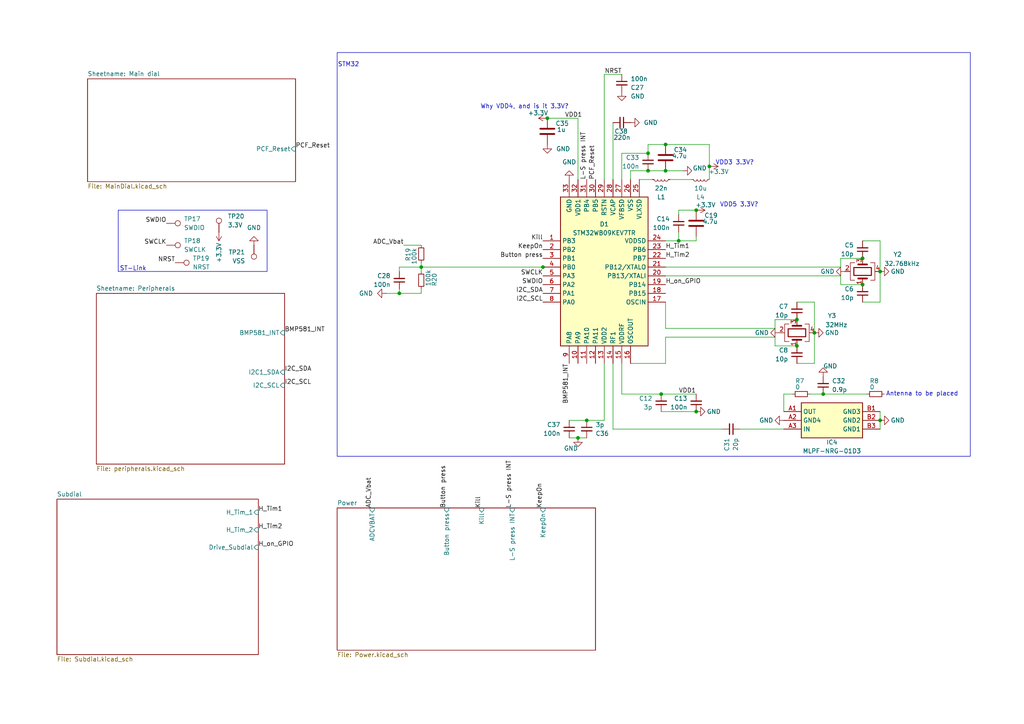
<source format=kicad_sch>
(kicad_sch (version 20250114) (generator "eeschema") (generator_version "9.0")
  (paper "A4")
  (lib_symbols
    (symbol "Connector:TestPoint" (pin_numbers (hide yes)) (pin_names (offset 0.762) (hide yes))
      (property "Reference" "TP" (at 0 6.858 0))
      (property "Value" "TestPoint" (at 0 5.08 0))
      (symbol "TestPoint_0_1"
        (circle (center 0 3.302) (radius 0.762))
      )
      (symbol "TestPoint_1_1"
        (pin passive line (at 0 0 90) (length 2.54) (name "1") (number "1"))
      )
    )
    (symbol "Device:C" (pin_numbers (hide yes)) (pin_names (offset 0.254))
      (property "Reference" "C" (at 0.635 2.54 0))
      (property "Value" "C" (at 0.635 -2.54 0))
      (symbol "C_0_1"
        (polyline (pts (xy -2.032 0.762) (xy 2.032 0.762)) (stroke (width 0.508)))
        (polyline (pts (xy -2.032 -0.762) (xy 2.032 -0.762)) (stroke (width 0.508)))
      )
      (symbol "C_1_1"
        (pin passive line (at 0 3.81 270) (length 2.794) (name "~") (number "1"))
        (pin passive line (at 0 -3.81 90) (length 2.794) (name "~") (number "2"))
      )
    )
    (symbol "Device:C_Small" (pin_numbers (hide yes)) (pin_names (offset 0.254) (hide yes))
      (property "Reference" "C" (at 0.254 1.778 0))
      (property "Value" "C_Small" (at 0.254 -2.032 0))
      (symbol "C_Small_0_1"
        (polyline (pts (xy -1.524 0.508) (xy 1.524 0.508)) (stroke (width 0.3048)))
        (polyline (pts (xy -1.524 -0.508) (xy 1.524 -0.508)) (stroke (width 0.3302)))
      )
      (symbol "C_Small_1_1"
        (pin passive line (at 0 2.54 270) (length 2.032) (name "~") (number "1"))
        (pin passive line (at 0 -2.54 90) (length 2.032) (name "~") (number "2"))
      )
    )
    (symbol "Device:Crystal_GND24" (pin_names (offset 1.016) (hide yes))
      (property "Reference" "Y" (at 3.175 5.08 0))
      (property "Value" "Crystal_GND24" (at 3.175 3.175 0))
      (symbol "Crystal_GND24_0_1"
        (polyline (pts (xy -2.54 2.286) (xy -2.54 3.556) (xy 2.54 3.556) (xy 2.54 2.286)))
        (polyline (pts (xy -2.54 0) (xy -2.032 0)))
        (polyline (pts (xy -2.54 -2.286) (xy -2.54 -3.556) (xy 2.54 -3.556) (xy 2.54 -2.286)))
        (polyline (pts (xy -2.032 -1.27) (xy -2.032 1.27)) (stroke (width 0.508)))
        (rectangle (start -1.143 2.54) (end 1.143 -2.54) (stroke (width 0.3048)))
        (polyline (pts (xy 0 3.556) (xy 0 3.81)))
        (polyline (pts (xy 0 -3.81) (xy 0 -3.556)))
        (polyline (pts (xy 2.032 0) (xy 2.54 0)))
        (polyline (pts (xy 2.032 -1.27) (xy 2.032 1.27)) (stroke (width 0.508)))
      )
      (symbol "Crystal_GND24_1_1"
        (pin passive line (at -3.81 0 0) (length 1.27) (name "1") (number "1"))
        (pin passive line (at 0 5.08 270) (length 1.27) (name "2") (number "2"))
        (pin passive line (at 0 -5.08 90) (length 1.27) (name "4") (number "4"))
        (pin passive line (at 3.81 0 180) (length 1.27) (name "3") (number "3"))
      )
    )
    (symbol "Device:L_Small" (pin_numbers (hide yes)) (pin_names (offset 0.254) (hide yes))
      (property "Reference" "L" (at 0.762 1.016 0))
      (property "Value" "L_Small" (at 0.762 -1.016 0))
      (symbol "L_Small_0_1"
        (arc (start 0 2.032) (mid 0.5058 1.524) (end 0 1.016))
        (arc (start 0 1.016) (mid 0.5058 0.508) (end 0 0))
        (arc (start 0 0) (mid 0.5058 -0.508) (end 0 -1.016))
        (arc (start 0 -1.016) (mid 0.5058 -1.524) (end 0 -2.032))
      )
      (symbol "L_Small_1_1"
        (pin passive line (at 0 2.54 270) (length 0.508) (name "~") (number "1"))
        (pin passive line (at 0 -2.54 90) (length 0.508) (name "~") (number "2"))
      )
    )
    (symbol "Device:R_Small" (pin_numbers (hide yes)) (pin_names (offset 0.254) (hide yes))
      (property "Reference" "R" (at 0.762 0.508 0))
      (property "Value" "R_Small" (at 0.762 -1.016 0))
      (symbol "R_Small_0_1"
        (rectangle (start -0.762 1.778) (end 0.762 -1.778) (stroke (width 0.2032)))
      )
      (symbol "R_Small_1_1"
        (pin passive line (at 0 2.54 270) (length 0.762) (name "~") (number "1"))
        (pin passive line (at 0 -2.54 90) (length 0.762) (name "~") (number "2"))
      )
    )
    (symbol "SamacSys_Parts:MLPF-NRG-01D3"
      (property "Reference" "IC" (at 24.13 7.62 0))
      (property "Value" "MLPF-NRG-01D3" (at 24.13 5.08 0))
      (symbol "MLPF-NRG-01D3_1_1"
        (rectangle (start 5.08 2.54) (end 22.86 -7.62) (stroke (width 0.254)) (fill (type background)))
        (pin passive line (at 0 0 0) (length 5.08) (name "OUT") (number "A1"))
        (pin passive line (at 0 -2.54 0) (length 5.08) (name "GND4") (number "A2"))
        (pin passive line (at 0 -5.08 0) (length 5.08) (name "IN") (number "A3"))
        (pin passive line (at 27.94 0 180) (length 5.08) (name "GND3") (number "B1"))
        (pin passive line (at 27.94 -2.54 180) (length 5.08) (name "GND2") (number "B2"))
        (pin passive line (at 27.94 -5.08 180) (length 5.08) (name "GND1") (number "B3"))
      )
    )
    (symbol "SamacSys_Parts:STM32WB09KEV7TR"
      (property "Reference" "D" (at 31.75 17.78 0))
      (property "Value" "STM32WB09KEV7TR" (at 31.75 15.24 0))
      (symbol "STM32WB09KEV7TR_1_1"
        (rectangle (start 5.08 12.7) (end 30.48 -30.48) (stroke (width 0.254)) (fill (type background)))
        (pin passive line (at 0 0 0) (length 5.08) (name "PB3") (number "1"))
        (pin passive line (at 0 -2.54 0) (length 5.08) (name "PB2") (number "2"))
        (pin passive line (at 0 -5.08 0) (length 5.08) (name "PB1") (number "3"))
        (pin passive line (at 0 -7.62 0) (length 5.08) (name "PB0") (number "4"))
        (pin passive line (at 0 -10.16 0) (length 5.08) (name "PA3") (number "5"))
        (pin passive line (at 0 -12.7 0) (length 5.08) (name "PA2") (number "6"))
        (pin passive line (at 0 -15.24 0) (length 5.08) (name "PA1") (number "7"))
        (pin passive line (at 0 -17.78 0) (length 5.08) (name "PA0") (number "8"))
        (pin passive line (at 7.62 17.78 270) (length 5.08) (name "GND") (number "33"))
        (pin passive line (at 7.62 -35.56 90) (length 5.08) (name "PA8") (number "9"))
        (pin passive line (at 10.16 17.78 270) (length 5.08) (name "VDD1") (number "32"))
        (pin passive line (at 10.16 -35.56 90) (length 5.08) (name "PA9") (number "10"))
        (pin passive line (at 12.7 17.78 270) (length 5.08) (name "PB4") (number "31"))
        (pin passive line (at 12.7 -35.56 90) (length 5.08) (name "PA10") (number "11"))
        (pin passive line (at 15.24 17.78 270) (length 5.08) (name "PB5") (number "30"))
        (pin passive line (at 15.24 -35.56 90) (length 5.08) (name "PA11") (number "12"))
        (pin passive line (at 17.78 17.78 270) (length 5.08) (name "RSTN") (number "29"))
        (pin passive line (at 17.78 -35.56 90) (length 5.08) (name "VDD2") (number "13"))
        (pin passive line (at 20.32 17.78 270) (length 5.08) (name "VCAP") (number "28"))
        (pin passive line (at 20.32 -35.56 90) (length 5.08) (name "RF1") (number "14"))
        (pin passive line (at 22.86 17.78 270) (length 5.08) (name "VFBSD") (number "27"))
        (pin passive line (at 22.86 -35.56 90) (length 5.08) (name "VDDRF") (number "15"))
        (pin passive line (at 25.4 17.78 270) (length 5.08) (name "VSS") (number "26"))
        (pin passive line (at 25.4 -35.56 90) (length 5.08) (name "OSCOUT") (number "16"))
        (pin passive line (at 27.94 17.78 270) (length 5.08) (name "VLXSD") (number "25"))
        (pin passive line (at 35.56 0 180) (length 5.08) (name "VDDSD") (number "24"))
        (pin passive line (at 35.56 -2.54 180) (length 5.08) (name "PB6") (number "23"))
        (pin passive line (at 35.56 -5.08 180) (length 5.08) (name "PB7") (number "22"))
        (pin passive line (at 35.56 -7.62 180) (length 5.08) (name "PB12/XTALO") (number "21"))
        (pin passive line (at 35.56 -10.16 180) (length 5.08) (name "PB13/XTALI") (number "20"))
        (pin passive line (at 35.56 -12.7 180) (length 5.08) (name "PB14") (number "19"))
        (pin passive line (at 35.56 -15.24 180) (length 5.08) (name "PB15") (number "18"))
        (pin passive line (at 35.56 -17.78 180) (length 5.08) (name "OSCIN") (number "17"))
      )
    )
    (symbol "power:+3.3V" (power) (pin_numbers (hide yes)) (pin_names (offset 0) (hide yes))
      (property "Value" "+3.3V" (at 0 3.556 0))
      (symbol "+3.3V_0_1"
        (polyline (pts (xy -0.762 1.27) (xy 0 2.54)))
        (polyline (pts (xy 0 2.54) (xy 0.762 1.27)))
        (polyline (pts (xy 0 0) (xy 0 2.54)))
      )
      (symbol "+3.3V_1_1"
        (pin power_in line (at 0 0 90) (length 0) (name "~") (number "1"))
      )
    )
    (symbol "power:GND" (power) (pin_numbers (hide yes)) (pin_names (offset 0) (hide yes))
      (property "Value" "GND" (at 0 -3.81 0))
      (symbol "GND_0_1"
        (polyline (pts (xy 0 0) (xy 0 -1.27) (xy 1.27 -1.27) (xy 0 -2.54) (xy -1.27 -1.27) (xy 0 -1.27)))
      )
      (symbol "GND_1_1"
        (pin power_in line (at 0 0 270) (length 0) (name "~") (number "1"))
      )
    )
  )
  (rectangle (start 34.29 60.96) (end 77.47 78.74))
  (rectangle (start 97.79 15.2399) (end 281.432 132.334))
  (text "Antenna to be placed" (at 267.462 114.3 0) (effects (font (size 1.27 1.27))))
  (text "VDD3 3.3V?" (at 213.106 47.244 0) (effects (font (size 1.27 1.27))))
  (text "ST-Link" (at 38.608 77.978 0) (effects (font (size 1.27 1.27))))
  (text "VDD5 3.3V?" (at 214.376 59.436 0) (effects (font (size 1.27 1.27))))
  (text "Why VDD4, and is it 3.3V?" (at 152.146 30.988 0) (effects (font (size 1.27 1.27))))
  (text "STM32" (at 101.092 18.796 0) (effects (font (size 1.27 1.27))))
  (junction (at 158.75 34.29))
  (junction (at 193.04 49.53))
  (junction (at 231.14 100.33))
  (junction (at 196.85 69.85))
  (junction (at 255.27 78.74))
  (junction (at 236.22 96.52))
  (junction (at 187.96 49.53))
  (junction (at 238.76 114.3))
  (junction (at 255.27 121.92))
  (junction (at 231.14 92.71))
  (junction (at 187.96 44.45))
  (junction (at 115.824 85.09))
  (junction (at 193.04 41.91))
  (junction (at 157.48 77.47))
  (junction (at 250.19 82.55))
  (junction (at 205.74 48.26))
  (junction (at 191.77 114.3))
  (junction (at 167.64 127))
  (junction (at 201.93 119.38))
  (junction (at 170.18 121.92))
  (junction (at 122.174 77.47))
  (junction (at 201.93 60.96))
  (junction (at 250.19 74.93))
  (wire (pts (xy 243.84 82.55) (xy 250.19 82.55)))
  (wire (pts (xy 243.84 77.47) (xy 243.84 74.93)))
  (wire (pts (xy 115.824 78.74) (xy 115.824 77.47)))
  (wire (pts (xy 122.174 71.12) (xy 117.094 71.12)))
  (wire (pts (xy 122.174 77.47) (xy 122.174 78.74)))
  (wire (pts (xy 180.34 105.41) (xy 180.34 114.3)))
  (wire (pts (xy 209.55 124.46) (xy 177.8 124.46)))
  (wire (pts (xy 236.22 105.41) (xy 236.22 96.52)))
  (wire (pts (xy 236.22 87.63) (xy 236.22 96.52)))
  (wire (pts (xy 224.79 95.25) (xy 224.79 92.71)))
  (wire (pts (xy 224.79 92.71) (xy 231.14 92.71)))
  (wire (pts (xy 187.96 49.53) (xy 182.88 49.53)))
  (wire (pts (xy 170.18 121.92) (xy 175.26 121.92)))
  (wire (pts (xy 189.23 52.07) (xy 185.42 52.07)))
  (wire (pts (xy 180.34 114.3) (xy 191.77 114.3)))
  (wire (pts (xy 227.33 124.46) (xy 214.63 124.46)))
  (wire (pts (xy 122.174 76.2) (xy 122.174 77.47)))
  (wire (pts (xy 122.174 85.09) (xy 115.824 85.09)))
  (wire (pts (xy 157.734 77.47) (xy 157.48 77.47)))
  (wire (pts (xy 122.174 77.47) (xy 157.48 77.47)))
  (wire (pts (xy 182.88 49.53) (xy 182.88 52.07)))
  (wire (pts (xy 196.85 60.96) (xy 201.93 60.96)))
  (wire (pts (xy 243.84 74.93) (xy 250.19 74.93)))
  (wire (pts (xy 227.33 114.3) (xy 229.87 114.3)))
  (wire (pts (xy 187.96 44.45) (xy 180.34 44.45)))
  (wire (pts (xy 250.19 87.63) (xy 255.27 87.63)))
  (wire (pts (xy 255.27 87.63) (xy 255.27 78.74)))
  (wire (pts (xy 158.75 34.29) (xy 167.64 34.29)))
  (wire (pts (xy 115.824 85.09) (xy 112.014 85.09)))
  (wire (pts (xy 191.77 114.3) (xy 201.93 114.3)))
  (wire (pts (xy 243.84 80.01) (xy 243.84 82.55)))
  (wire (pts (xy 193.04 41.91) (xy 205.74 41.91)))
  (wire (pts (xy 193.04 105.41) (xy 182.88 105.41)))
  (wire (pts (xy 193.04 95.25) (xy 193.04 87.63)))
  (wire (pts (xy 194.31 52.07) (xy 200.66 52.07)))
  (wire (pts (xy 165.1 121.92) (xy 170.18 121.92)))
  (wire (pts (xy 177.8 124.46) (xy 177.8 105.41)))
  (wire (pts (xy 255.27 69.85) (xy 255.27 78.74)))
  (wire (pts (xy 180.34 44.45) (xy 180.34 52.07)))
  (wire (pts (xy 193.04 97.79) (xy 193.04 105.41)))
  (wire (pts (xy 187.96 41.91) (xy 193.04 41.91)))
  (wire (pts (xy 196.85 62.23) (xy 196.85 60.96)))
  (wire (pts (xy 234.95 114.3) (xy 238.76 114.3)))
  (wire (pts (xy 115.824 83.82) (xy 115.824 85.09)))
  (wire (pts (xy 122.174 83.82) (xy 122.174 85.09)))
  (wire (pts (xy 227.33 119.38) (xy 227.33 114.3)))
  (wire (pts (xy 167.64 34.29) (xy 167.64 52.07)))
  (wire (pts (xy 193.04 49.53) (xy 198.12 49.53)))
  (wire (pts (xy 115.824 77.47) (xy 122.174 77.47)))
  (wire (pts (xy 255.27 121.92) (xy 255.27 124.46)))
  (wire (pts (xy 224.79 100.33) (xy 231.14 100.33)))
  (wire (pts (xy 193.04 69.85) (xy 196.85 69.85)))
  (wire (pts (xy 205.74 52.07) (xy 205.74 48.26)))
  (wire (pts (xy 193.04 80.01) (xy 243.84 80.01)))
  (wire (pts (xy 177.8 35.56) (xy 177.8 52.07)))
  (wire (pts (xy 201.93 68.58) (xy 201.93 69.85)))
  (wire (pts (xy 255.27 119.38) (xy 255.27 121.92)))
  (wire (pts (xy 187.96 49.53) (xy 193.04 49.53)))
  (wire (pts (xy 231.14 87.63) (xy 236.22 87.63)))
  (wire (pts (xy 224.79 97.79) (xy 224.79 100.33)))
  (wire (pts (xy 205.74 48.26) (xy 205.74 41.91)))
  (wire (pts (xy 231.14 105.41) (xy 236.22 105.41)))
  (wire (pts (xy 201.93 69.85) (xy 196.85 69.85)))
  (wire (pts (xy 250.19 69.85) (xy 255.27 69.85)))
  (wire (pts (xy 167.64 127) (xy 170.18 127)))
  (wire (pts (xy 224.79 95.25) (xy 193.04 95.25)))
  (wire (pts (xy 187.96 41.91) (xy 187.96 44.45)))
  (wire (pts (xy 175.26 21.59) (xy 175.26 52.07)))
  (wire (pts (xy 191.77 119.38) (xy 201.93 119.38)))
  (wire (pts (xy 193.04 77.47) (xy 243.84 77.47)))
  (wire (pts (xy 175.26 21.59) (xy 180.34 21.59)))
  (wire (pts (xy 238.76 114.3) (xy 251.46 114.3)))
  (wire (pts (xy 224.79 97.79) (xy 193.04 97.79)))
  (wire (pts (xy 175.26 121.92) (xy 175.26 105.41)))
  (wire (pts (xy 196.85 69.85) (xy 196.85 67.31)))
  (wire (pts (xy 165.1 127) (xy 167.64 127)))
  (label "H_on_GPIO" (at 74.93 158.75 0))
  (label "KeepOn" (at 157.48 72.39 180))
  (label "Kill" (at 139.7 147.32 90))
  (label "H_Tim2" (at 193.04 74.93 0))
  (label "H_Tim1" (at 193.04 72.39 0))
  (label "PCF_Reset" (at 85.725 43.18 0))
  (label "I2C_SCL" (at 157.48 87.63 180))
  (label "SWCLK" (at 157.48 80.01 180))
  (label "H_Tim2" (at 74.93 153.67 0))
  (label "I2C_SCL" (at 82.55 111.76 0))
  (label "H_Tim1" (at 74.93 148.59 0))
  (label "SWDIO" (at 48.26 64.77 180))
  (label "NRST" (at 50.8 76.2 180))
  (label "I2C_SDA" (at 157.48 85.09 180))
  (label "I2C_SDA" (at 82.55 107.95 0))
  (label "ADC_Vbat" (at 107.95 147.32 90))
  (label "PCF_Reset" (at 172.72 52.07 90))
  (label "L-S press INT" (at 170.18 52.07 90))
  (label "Button press" (at 157.48 74.93 180))
  (label "Button press" (at 129.54 147.32 90))
  (label "BMP581_INT" (at 165.1 105.41 270))
  (label "KeepOn" (at 157.48 147.32 90))
  (label "Kill" (at 157.48 69.85 180))
  (label "NRST" (at 180.34 21.59 180))
  (label "ADC_Vbat" (at 117.094 71.12 180))
  (label "L-S press INT" (at 148.59 147.32 90))
  (label "H_on_GPIO" (at 193.04 82.55 0))
  (label "BMP581_INT" (at 82.55 96.52 0))
  (label "VDD1" (at 196.85 114.3 0))
  (label "SWCLK" (at 48.26 71.12 180))
  (label "SWDIO" (at 157.48 82.55 180))
  (label "VDD1" (at 163.83 34.29 0))
  (symbol (lib_id "SamacSys_Parts:STM32WB09KEV7TR") (at 157.48 69.85 0) (unit 1)
    (property "Reference" "D1" (at 175.26 65.024 0))
    (property "Value" "STM32WB09KEV7TR" (at 175.26 67.564 0))
    (property "Footprint" "QFN50P500X500X100-33N-D" (effects (hide yes)))
    (property "Datasheet" "https://www.st.com/resource/en/datasheet/stm32wb09ke.pdf" (effects (hide yes)))
    (property "Description" "Ultra-low-power, Arm Cortex-M0+ MCU 64 MHz with 512 Kbytes of Flash memory,  Bluetooth LE 5.3" (effects (hide yes)))
    (property "Height" "1" (effects (hide yes)))
    (property "Manufacturer_Name" "STMicroelectronics" (effects (hide yes)))
    (property "Manufacturer_Part_Number" "STM32WB09KEV7TR" (effects (hide yes)))
    (property "Mouser Part Number" "511-STM32WB09KEV7TR" (effects (hide yes)))
    (property "Mouser Price/Stock" "https://www.mouser.co.uk/ProductDetail/STMicroelectronics/STM32WB09KEV7TR?qs=i8QVZAFTkqSxHGNSzZi3UA%3D%3D" (effects (hide yes)))
    (property "Arrow Part Number" "STM32WB09KEV7TR" (effects (hide yes)))
    (property "Arrow Price/Stock" "https://www.arrow.com/en/products/stm32wb09kev7tr/stmicroelectronics?utm_currency=USD&region=nac" (effects (hide yes)))
  )
  (symbol (lib_id "power:GND") (at 182.88 35.56 90) (mirror x) (unit 1)
    (property "Reference" "#PWR066" (effects (hide yes)))
    (property "Value" "GND" (at 186.69 35.5599 90) (effects (justify right)))
    (property "Description" "Power symbol creates a global label with name \"GND\" , ground" (effects (hide yes)))
  )
  (symbol (lib_id "power:GND") (at 245.11 78.74 270) (unit 1)
    (property "Reference" "#PWR052" (effects (hide yes)))
    (property "Value" "GND" (at 242.062 78.74 90) (effects (justify right)))
    (property "Description" "Power symbol creates a global label with name \"GND\" , ground" (effects (hide yes)))
  )
  (symbol (lib_id "power:GND") (at 180.34 26.67 0) (mirror y) (unit 1)
    (property "Reference" "#PWR018" (effects (hide yes)))
    (property "Value" "GND" (at 182.88 27.9399 0) (effects (justify right)))
    (property "Description" "Power symbol creates a global label with name \"GND\" , ground" (effects (hide yes)))
  )
  (symbol (lib_id "Device:C_Small") (at 238.76 111.76 180) (unit 1)
    (property "Reference" "C32" (at 241.3 110.4835 0) (effects (justify right)))
    (property "Value" "0.9p" (at 241.3 113.0235 0) (effects (justify right)))
    (property "Footprint" "Capacitor_SMD:C_0201_0603Metric" (effects (hide yes)))
    (property "Description" "Unpolarized capacitor, small symbol" (effects (hide yes)))
  )
  (symbol (lib_id "Connector:TestPoint") (at 50.8 76.2 270) (unit 1)
    (property "Reference" "TP19" (at 55.88 74.9299 90) (effects (justify left)))
    (property "Value" "NRST" (at 55.88 77.4699 90) (effects (justify left)))
    (property "Footprint" "SamacSys_Parts:Pogo pin 1x1" (effects (hide yes)))
    (property "Description" "test point" (effects (hide yes)))
  )
  (symbol (lib_id "Device:C_Small") (at 231.14 102.87 0) (mirror x) (unit 1)
    (property "Reference" "C8" (at 228.6 101.5935 0) (effects (justify right)))
    (property "Value" "10p" (at 228.6 104.1335 0) (effects (justify right)))
    (property "Footprint" "Capacitor_SMD:C_0201_0603Metric" (effects (hide yes)))
    (property "Description" "Unpolarized capacitor, small symbol" (effects (hide yes)))
  )
  (symbol (lib_id "Connector:TestPoint") (at 48.26 64.77 270) (unit 1)
    (property "Reference" "TP17" (at 53.34 63.4999 90) (effects (justify left)))
    (property "Value" "SWDIO" (at 53.34 66.0399 90) (effects (justify left)))
    (property "Footprint" "SamacSys_Parts:Pogo pin 1x1" (effects (hide yes)))
    (property "Description" "test point" (effects (hide yes)))
  )
  (symbol (lib_id "SamacSys_Parts:MLPF-NRG-01D3") (at 227.33 119.38 0) (unit 1)
    (property "Reference" "IC4" (at 241.3 128.27 0))
    (property "Value" "MLPF-NRG-01D3" (at 241.3 130.81 0))
    (property "Footprint" "CSPG_2025" (effects (hide yes)))
    (property "Datasheet" "https://www.st.com/resource/en/datasheet/mlpf-nrg-01d3.pdf" (effects (hide yes)))
    (property "Description" "2.4 GHz Low Pass Filter matched to BLUENRG-LP-LPS (BLUENRG-3x5Vx, BLUENRG-3x5Ax, BLUENRG-332xx) in QFN & CSP packages" (effects (hide yes)))
    (property "Manufacturer_Name" "STMicroelectronics" (effects (hide yes)))
    (property "Manufacturer_Part_Number" "MLPF-NRG-01D3" (effects (hide yes)))
    (property "Mouser Part Number" "511-MLPF-NRG-01D3" (effects (hide yes)))
    (property "Mouser Price/Stock" "https://www.mouser.co.uk/ProductDetail/STMicroelectronics/MLPF-NRG-01D3?qs=T%252BzbugeAwjikYnc6oXMBiQ%3D%3D" (effects (hide yes)))
    (property "Arrow Part Number" "MLPF-NRG-01D3" (effects (hide yes)))
    (property "Arrow Price/Stock" "https://www.arrow.com/en/products/mlpf-nrg-01d3/stmicroelectronics?utm_currency=USD&region=europe" (effects (hide yes)))
  )
  (symbol (lib_id "Device:C_Small") (at 191.77 116.84 0) (mirror x) (unit 1)
    (property "Reference" "C12" (at 189.23 115.5635 0) (effects (justify right)))
    (property "Value" "3p" (at 189.23 118.1035 0) (effects (justify right)))
    (property "Footprint" "Capacitor_SMD:C_0201_0603Metric" (effects (hide yes)))
    (property "Description" "Unpolarized capacitor, small symbol" (effects (hide yes)))
  )
  (symbol (lib_id "power:GND") (at 236.22 96.52 90) (unit 1)
    (property "Reference" "#PWR054" (effects (hide yes)))
    (property "Value" "GND" (at 239.268 96.52 90) (effects (justify right)))
    (property "Description" "Power symbol creates a global label with name \"GND\" , ground" (effects (hide yes)))
  )
  (symbol (lib_id "Device:R_Small") (at 232.41 114.3 90) (mirror x) (unit 1)
    (property "Reference" "R7" (at 230.632 110.49 90) (effects (justify right)))
    (property "Value" "0" (at 230.632 112.268 90) (effects (justify right)))
    (property "Footprint" "Resistor_SMD:R_0201_0603Metric" (effects (hide yes)))
    (property "Description" "Resistor, small symbol" (effects (hide yes)))
  )
  (symbol (lib_id "Device:C_Small") (at 165.1 124.46 0) (mirror x) (unit 1)
    (property "Reference" "C37" (at 162.56 123.1835 0) (effects (justify right)))
    (property "Value" "100n" (at 162.56 125.7235 0) (effects (justify right)))
    (property "Footprint" "Capacitor_SMD:C_0201_0603Metric" (effects (hide yes)))
    (property "Description" "Unpolarized capacitor, small symbol" (effects (hide yes)))
  )
  (symbol (lib_id "power:GND") (at 227.33 121.92 270) (unit 1)
    (property "Reference" "#PWR057" (effects (hide yes)))
    (property "Value" "GND" (at 224.282 121.92 90) (effects (justify right)))
    (property "Description" "Power symbol creates a global label with name \"GND\" , ground" (effects (hide yes)))
  )
  (symbol (lib_id "power:+3.3V") (at 63.5 67.31 180) (unit 1)
    (property "Reference" "#PWR047" (effects (hide yes)))
    (property "Value" "+3.3V" (at 63.5 70.358 90) (effects (justify left)))
    (property "Description" "Power symbol creates a global label with name \"+3.3V\"" (effects (hide yes)))
  )
  (symbol (lib_id "Device:Crystal_GND24") (at 231.14 96.52 90) (unit 1)
    (property "Reference" "Y3" (at 241.3 91.5668 90))
    (property "Value" "32MHz" (at 242.57 94.234 90))
    (property "Description" "Four pin crystal, GND on pins 2 and 4" (effects (hide yes)))
  )
  (symbol (lib_id "power:GND") (at 112.014 85.09 270) (unit 1)
    (property "Reference" "#PWR011" (effects (hide yes)))
    (property "Value" "GND" (at 108.204 85.0899 90) (effects (justify right)))
    (property "Description" "Power symbol creates a global label with name \"GND\" , ground" (effects (hide yes)))
  )
  (symbol (lib_id "Device:C_Small") (at 170.18 124.46 0) (mirror y) (unit 1)
    (property "Reference" "C36" (at 172.72 125.7365 0) (effects (justify right)))
    (property "Value" "3p" (at 172.72 123.1965 0) (effects (justify right)))
    (property "Footprint" "Capacitor_SMD:C_0201_0603Metric" (effects (hide yes)))
    (property "Description" "Unpolarized capacitor, small symbol" (effects (hide yes)))
  )
  (symbol (lib_id "power:+3.3V") (at 205.74 48.26 270) (unit 1)
    (property "Reference" "#PWR061" (effects (hide yes)))
    (property "Value" "+3.3V" (at 205.486 49.784 90) (effects (justify left)))
    (property "Description" "Power symbol creates a global label with name \"+3.3V\"" (effects (hide yes)))
  )
  (symbol (lib_id "Device:C_Small") (at 180.34 35.56 270) (mirror x) (unit 1)
    (property "Reference" "C38" (at 182.118 38.1 90) (effects (justify right)))
    (property "Value" "220n" (at 182.88 39.878 90) (effects (justify right)))
    (property "Footprint" "Capacitor_SMD:C_0201_0603Metric" (effects (hide yes)))
    (property "Description" "Unpolarized capacitor, small symbol" (effects (hide yes)))
  )
  (symbol (lib_id "power:+3.3V") (at 201.93 60.96 270) (mirror x) (unit 1)
    (property "Reference" "#PWR062" (effects (hide yes)))
    (property "Value" "+3.3V" (at 201.676 59.436 90) (effects (justify left)))
    (property "Description" "Power symbol creates a global label with name \"+3.3V\"" (effects (hide yes)))
  )
  (symbol (lib_id "Device:C_Small") (at 231.14 90.17 0) (mirror x) (unit 1)
    (property "Reference" "C7" (at 228.6 88.8935 0) (effects (justify right)))
    (property "Value" "10p" (at 228.6 91.4335 0) (effects (justify right)))
    (property "Footprint" "Capacitor_SMD:C_0201_0603Metric" (effects (hide yes)))
    (property "Description" "Unpolarized capacitor, small symbol" (effects (hide yes)))
  )
  (symbol (lib_id "Device:C_Small") (at 250.19 72.39 0) (mirror x) (unit 1)
    (property "Reference" "C5" (at 247.65 71.1135 0) (effects (justify right)))
    (property "Value" "10p" (at 247.65 73.6535 0) (effects (justify right)))
    (property "Footprint" "Capacitor_SMD:C_0201_0603Metric" (effects (hide yes)))
    (property "Description" "Unpolarized capacitor, small symbol" (effects (hide yes)))
  )
  (symbol (lib_id "Device:C_Small") (at 250.19 85.09 0) (mirror x) (unit 1)
    (property "Reference" "C6" (at 247.65 83.8135 0) (effects (justify right)))
    (property "Value" "10p" (at 247.65 86.3535 0) (effects (justify right)))
    (property "Footprint" "Capacitor_SMD:C_0201_0603Metric" (effects (hide yes)))
    (property "Description" "Unpolarized capacitor, small symbol" (effects (hide yes)))
  )
  (symbol (lib_id "Device:R_Small") (at 254 114.3 90) (mirror x) (unit 1)
    (property "Reference" "R8" (at 252.222 110.49 90) (effects (justify right)))
    (property "Value" "0" (at 252.222 112.268 90) (effects (justify right)))
    (property "Footprint" "Resistor_SMD:R_0201_0603Metric" (effects (hide yes)))
    (property "Description" "Resistor, small symbol" (effects (hide yes)))
  )
  (symbol (lib_id "power:GND") (at 73.66 71.12 0) (mirror x) (unit 1)
    (property "Reference" "#PWR015" (effects (hide yes)))
    (property "Value" "GND" (at 73.66 66.04 0))
    (property "Description" "Power symbol creates a global label with name \"GND\" , ground" (effects (hide yes)))
  )
  (symbol (lib_id "Device:C_Small") (at 196.85 64.77 0) (mirror x) (unit 1)
    (property "Reference" "C14" (at 194.31 63.4935 0) (effects (justify right)))
    (property "Value" "100n" (at 194.31 66.0335 0) (effects (justify right)))
    (property "Footprint" "Capacitor_SMD:C_0201_0603Metric" (effects (hide yes)))
    (property "Description" "Unpolarized capacitor, small symbol" (effects (hide yes)))
  )
  (symbol (lib_id "power:GND") (at 165.1 52.07 0) (mirror x) (unit 1)
    (property "Reference" "#PWR064" (effects (hide yes)))
    (property "Value" "GND" (at 165.1 46.99 0))
    (property "Description" "Power symbol creates a global label with name \"GND\" , ground" (effects (hide yes)))
  )
  (symbol (lib_id "Device:C") (at 193.04 45.72 0) (unit 1)
    (property "Reference" "C34" (at 197.358 43.434 0))
    (property "Value" "4.7u" (at 197.104 45.212 0))
    (property "Footprint" "Capacitor_SMD:C_0402_1005Metric" (effects (hide yes)))
    (property "Description" "Unpolarized capacitor" (effects (hide yes)))
  )
  (symbol (lib_id "Connector:TestPoint") (at 63.5 67.31 0) (unit 1)
    (property "Reference" "TP20" (at 66.04 62.7379 0) (effects (justify left)))
    (property "Value" "3.3V" (at 66.04 65.2779 0) (effects (justify left)))
    (property "Footprint" "SamacSys_Parts:Pogo pin 1x1" (effects (hide yes)))
    (property "Description" "test point" (effects (hide yes)))
  )
  (symbol (lib_id "power:GND") (at 158.75 41.91 0) (mirror y) (unit 1)
    (property "Reference" "#PWR060" (effects (hide yes)))
    (property "Value" "GND" (at 161.29 43.1799 0) (effects (justify right)))
    (property "Description" "Power symbol creates a global label with name \"GND\" , ground" (effects (hide yes)))
  )
  (symbol (lib_id "Device:R_Small") (at 122.174 73.66 0) (unit 1)
    (property "Reference" "R19" (at 118.364 71.882 90) (effects (justify right)))
    (property "Value" "100k" (at 120.142 71.882 90) (effects (justify right)))
    (property "Footprint" "Resistor_SMD:R_0201_0603Metric" (effects (hide yes)))
    (property "Description" "Resistor, small symbol" (effects (hide yes)))
  )
  (symbol (lib_id "Connector:TestPoint") (at 48.26 71.12 270) (unit 1)
    (property "Reference" "TP18" (at 53.34 69.8499 90) (effects (justify left)))
    (property "Value" "SWCLK" (at 53.34 72.3899 90) (effects (justify left)))
    (property "Footprint" "SamacSys_Parts:Pogo pin 1x1" (effects (hide yes)))
    (property "Description" "test point" (effects (hide yes)))
  )
  (symbol (lib_id "power:GND") (at 198.12 49.53 90) (mirror x) (unit 1)
    (property "Reference" "#PWR059" (effects (hide yes)))
    (property "Value" "GND" (at 202.946 48.768 90))
    (property "Description" "Power symbol creates a global label with name \"GND\" , ground" (effects (hide yes)))
  )
  (symbol (lib_id "Device:L_Small") (at 203.2 52.07 90) (mirror x) (unit 1)
    (property "Reference" "L4" (at 203.2 57.15 90))
    (property "Value" "10u" (at 203.2 54.61 90))
    (property "Description" "Inductor, small symbol" (effects (hide yes)))
  )
  (symbol (lib_id "Device:C_Small") (at 212.09 124.46 270) (mirror x) (unit 1)
    (property "Reference" "C31" (at 210.8135 127 0) (effects (justify right)))
    (property "Value" "20p" (at 213.3535 127 0) (effects (justify right)))
    (property "Footprint" "Capacitor_SMD:C_0201_0603Metric" (effects (hide yes)))
    (property "Description" "Unpolarized capacitor, small symbol" (effects (hide yes)))
  )
  (symbol (lib_id "Device:C") (at 158.75 38.1 0) (unit 1)
    (property "Reference" "C35" (at 163.068 35.814 0))
    (property "Value" "1u" (at 162.814 37.592 0))
    (property "Footprint" "Capacitor_SMD:C_0402_1005Metric" (effects (hide yes)))
    (property "Description" "Unpolarized capacitor" (effects (hide yes)))
  )
  (symbol (lib_id "Device:Crystal_GND24") (at 250.19 78.74 90) (unit 1)
    (property "Reference" "Y2" (at 260.35 73.7868 90))
    (property "Value" "32.768kHz" (at 261.62 76.454 90))
    (property "Description" "Four pin crystal, GND on pins 2 and 4" (effects (hide yes)))
  )
  (symbol (lib_id "Device:C_Small") (at 180.34 24.13 0) (mirror y) (unit 1)
    (property "Reference" "C27" (at 182.88 25.4065 0) (effects (justify right)))
    (property "Value" "100n" (at 182.88 22.8665 0) (effects (justify right)))
    (property "Footprint" "Capacitor_SMD:C_0201_0603Metric" (effects (hide yes)))
    (property "Description" "Unpolarized capacitor, small symbol" (effects (hide yes)))
  )
  (symbol (lib_id "Device:C") (at 201.93 64.77 0) (unit 1)
    (property "Reference" "C19" (at 206.248 62.484 0))
    (property "Value" "4.7u" (at 205.994 64.262 0))
    (property "Footprint" "Capacitor_SMD:C_0402_1005Metric" (effects (hide yes)))
    (property "Description" "Unpolarized capacitor" (effects (hide yes)))
  )
  (symbol (lib_id "Device:C_Small") (at 201.93 116.84 0) (mirror x) (unit 1)
    (property "Reference" "C13" (at 199.39 115.5635 0) (effects (justify right)))
    (property "Value" "100n" (at 199.39 118.1035 0) (effects (justify right)))
    (property "Footprint" "Capacitor_SMD:C_0201_0603Metric" (effects (hide yes)))
    (property "Description" "Unpolarized capacitor, small symbol" (effects (hide yes)))
  )
  (symbol (lib_id "power:+3.3V") (at 158.75 34.29 90) (unit 1)
    (property "Reference" "#PWR063" (effects (hide yes)))
    (property "Value" "+3.3V" (at 159.004 32.766 90) (effects (justify left)))
    (property "Description" "Power symbol creates a global label with name \"+3.3V\"" (effects (hide yes)))
  )
  (symbol (lib_id "Device:L_Small") (at 191.77 52.07 90) (mirror x) (unit 1)
    (property "Reference" "L1" (at 191.77 57.15 90))
    (property "Value" "22n" (at 191.77 54.61 90))
    (property "Description" "Inductor, small symbol" (effects (hide yes)))
  )
  (symbol (lib_id "Device:C_Small") (at 187.96 46.99 0) (mirror x) (unit 1)
    (property "Reference" "C33" (at 185.42 45.7135 0) (effects (justify right)))
    (property "Value" "100n" (at 185.42 48.2535 0) (effects (justify right)))
    (property "Footprint" "Capacitor_SMD:C_0201_0603Metric" (effects (hide yes)))
    (property "Description" "Unpolarized capacitor, small symbol" (effects (hide yes)))
  )
  (symbol (lib_id "power:GND") (at 238.76 109.22 180) (unit 1)
    (property "Reference" "#PWR058" (effects (hide yes)))
    (property "Value" "GND" (at 238.76 106.172 0) (effects (justify right)))
    (property "Description" "Power symbol creates a global label with name \"GND\" , ground" (effects (hide yes)))
  )
  (symbol (lib_id "power:GND") (at 226.06 96.52 270) (unit 1)
    (property "Reference" "#PWR053" (effects (hide yes)))
    (property "Value" "GND" (at 223.012 96.52 90) (effects (justify right)))
    (property "Description" "Power symbol creates a global label with name \"GND\" , ground" (effects (hide yes)))
  )
  (symbol (lib_id "power:GND") (at 201.93 119.38 90) (unit 1)
    (property "Reference" "#PWR055" (effects (hide yes)))
    (property "Value" "GND" (at 204.978 119.38 90) (effects (justify right)))
    (property "Description" "Power symbol creates a global label with name \"GND\" , ground" (effects (hide yes)))
  )
  (symbol (lib_id "Device:C_Small") (at 115.824 81.28 0) (mirror x) (unit 1)
    (property "Reference" "C28" (at 113.284 80.0035 0) (effects (justify right)))
    (property "Value" "100n" (at 113.284 82.5435 0) (effects (justify right)))
    (property "Footprint" "Capacitor_SMD:C_0201_0603Metric" (effects (hide yes)))
    (property "Description" "Unpolarized capacitor, small symbol" (effects (hide yes)))
  )
  (symbol (lib_id "Connector:TestPoint") (at 73.66 71.12 0) (mirror x) (unit 1)
    (property "Reference" "TP21" (at 71.12 73.1519 0) (effects (justify right)))
    (property "Value" "VSS" (at 71.12 75.6919 0) (effects (justify right)))
    (property "Footprint" "SamacSys_Parts:Pogo pin 1x1" (effects (hide yes)))
    (property "Description" "test point" (effects (hide yes)))
  )
  (symbol (lib_id "Device:R_Small") (at 122.174 81.28 180) (unit 1)
    (property "Reference" "R20" (at 125.984 83.058 90) (effects (justify right)))
    (property "Value" "100k" (at 124.206 83.058 90) (effects (justify right)))
    (property "Footprint" "Resistor_SMD:R_0201_0603Metric" (effects (hide yes)))
    (property "Description" "Resistor, small symbol" (effects (hide yes)))
  )
  (symbol (lib_id "power:GND") (at 255.27 78.74 90) (unit 1)
    (property "Reference" "#PWR051" (effects (hide yes)))
    (property "Value" "GND" (at 258.318 78.74 90) (effects (justify right)))
    (property "Description" "Power symbol creates a global label with name \"GND\" , ground" (effects (hide yes)))
  )
  (symbol (lib_id "power:GND") (at 167.64 127 0) (unit 1)
    (property "Reference" "#PWR065" (effects (hide yes)))
    (property "Value" "GND" (at 167.64 130.048 0) (effects (justify right)))
    (property "Description" "Power symbol creates a global label with name \"GND\" , ground" (effects (hide yes)))
  )
  (symbol (lib_id "power:GND") (at 255.27 121.92 90) (unit 1)
    (property "Reference" "#PWR056" (effects (hide yes)))
    (property "Value" "GND" (at 258.318 121.92 90) (effects (justify right)))
    (property "Description" "Power symbol creates a global label with name \"GND\" , ground" (effects (hide yes)))
  )
  (sheet (at 97.79 147.32) (size 74.93 41.275) (stroke (width 0.1524))
    (property "Sheetname" "Power" (at 97.79 146.6084 0) (effects (justify left bottom)))
    (property "Sheetfile" "Power.kicad_sch" (at 97.79 189.1796 0) (effects (justify left top)))
    (pin "ADCVBAT" input (at 107.95 147.32 90))
    (pin "Button press" input (at 129.54 147.32 90))
    (pin "Kill" input (at 139.7 147.32 90))
    (pin "L-S press INT" input (at 148.59 147.32 90))
    (pin "KeepOn" input (at 157.48 147.32 90))
  )
  (sheet (at 25.4 22.86) (size 60.325 29.845) (stroke (width 0.1524))
    (property "Sheetname" "Main dial" (at 25.4 22.1484 0) (show_name yes) (effects (justify left bottom)))
    (property "Sheetfile" "MainDial.kicad_sch" (at 25.4 53.2896 0) (effects (justify left top)))
    (pin "PCF_Reset" input (at 85.725 43.18 0))
  )
  (sheet (at 27.94 85.09) (size 54.61 49.53) (stroke (width 0.1524))
    (property "Sheetname" "Peripherals" (at 27.94 84.3784 0) (show_name yes) (effects (justify left bottom)))
    (property "Sheetfile" "peripherals.kicad_sch" (at 27.94 135.2046 0) (effects (justify left top)))
    (pin "BMP581_INT" input (at 82.55 96.52 0))
    (pin "I2C1_SDA" input (at 82.55 107.95 0))
    (pin "I2C_SCL" input (at 82.55 111.76 0))
  )
  (sheet (at 16.51 144.78) (size 58.42 45.085) (stroke (width 0.1524))
    (property "Sheetname" "Subdial" (at 16.51 144.0684 0) (effects (justify left bottom)))
    (property "Sheetfile" "Subdial.kicad_sch" (at 16.51 190.4496 0) (effects (justify left top)))
    (pin "H_Tim_1" input (at 74.93 148.59 0))
    (pin "H_Tim_2" input (at 74.93 153.67 0))
    (pin "Drive_Subdial" input (at 74.93 158.75 0))
  )
)
</source>
